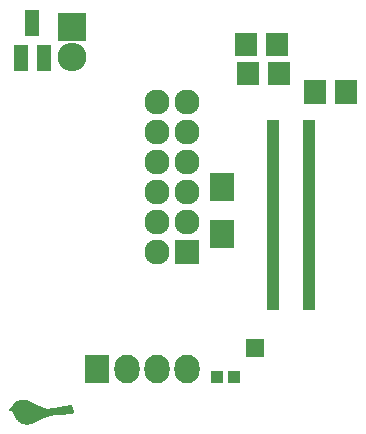
<source format=gts>
G04 #@! TF.FileFunction,Soldermask,Top*
%FSLAX46Y46*%
G04 Gerber Fmt 4.6, Leading zero omitted, Abs format (unit mm)*
G04 Created by KiCad (PCBNEW 4.0.1-stable) date Tuesday, January 12, 2016 'PMt' 12:54:15 PM*
%MOMM*%
G01*
G04 APERTURE LIST*
%ADD10C,0.100000*%
%ADD11C,0.010000*%
%ADD12R,0.600000X0.930000*%
%ADD13R,1.100000X0.600000*%
%ADD14R,1.901140X0.798780*%
%ADD15R,2.000000X2.400000*%
%ADD16R,1.000000X1.100000*%
%ADD17R,2.127200X2.432000*%
%ADD18O,2.127200X2.432000*%
%ADD19R,2.127200X2.127200*%
%ADD20O,2.127200X2.127200*%
%ADD21R,2.432000X2.432000*%
%ADD22O,2.432000X2.432000*%
%ADD23R,1.200100X2.200860*%
G04 APERTURE END LIST*
D10*
D11*
G36*
X136969564Y-123647271D02*
X136995508Y-123648488D01*
X137020124Y-123650595D01*
X137044568Y-123653681D01*
X137069999Y-123657837D01*
X137087168Y-123661069D01*
X137112517Y-123666313D01*
X137136699Y-123671924D01*
X137160431Y-123678132D01*
X137184429Y-123685164D01*
X137209412Y-123693250D01*
X137236095Y-123702618D01*
X137265196Y-123713498D01*
X137297433Y-123726118D01*
X137321820Y-123735936D01*
X137354200Y-123749238D01*
X137387073Y-123763047D01*
X137420715Y-123777494D01*
X137455404Y-123792708D01*
X137491417Y-123808820D01*
X137529031Y-123825959D01*
X137568524Y-123844255D01*
X137610172Y-123863839D01*
X137654253Y-123884840D01*
X137701044Y-123907389D01*
X137750822Y-123931615D01*
X137803864Y-123957648D01*
X137860448Y-123985619D01*
X137920850Y-124015657D01*
X137960459Y-124035436D01*
X138016490Y-124063404D01*
X138068559Y-124089279D01*
X138116988Y-124113209D01*
X138162102Y-124135343D01*
X138204224Y-124155830D01*
X138243679Y-124174819D01*
X138280790Y-124192457D01*
X138315881Y-124208895D01*
X138349276Y-124224280D01*
X138381299Y-124238762D01*
X138412273Y-124252489D01*
X138442524Y-124265610D01*
X138472374Y-124278274D01*
X138502148Y-124290629D01*
X138532169Y-124302825D01*
X138562761Y-124315009D01*
X138594249Y-124327331D01*
X138606029Y-124331892D01*
X138622479Y-124338261D01*
X138637757Y-124344205D01*
X138651184Y-124349460D01*
X138662085Y-124353759D01*
X138669780Y-124356837D01*
X138673479Y-124358374D01*
X138680453Y-124361501D01*
X138662374Y-124383146D01*
X138633873Y-124414827D01*
X138601092Y-124446893D01*
X138564528Y-124478967D01*
X138524680Y-124510672D01*
X138482044Y-124541630D01*
X138437117Y-124571464D01*
X138390398Y-124599796D01*
X138342384Y-124626249D01*
X138341143Y-124626898D01*
X138278462Y-124657677D01*
X138211875Y-124686709D01*
X138142059Y-124713797D01*
X138069691Y-124738741D01*
X137995448Y-124761345D01*
X137920008Y-124781410D01*
X137844046Y-124798739D01*
X137768242Y-124813134D01*
X137693271Y-124824396D01*
X137646876Y-124829783D01*
X137633122Y-124830864D01*
X137615842Y-124831713D01*
X137595936Y-124832329D01*
X137574304Y-124832713D01*
X137551847Y-124832865D01*
X137529465Y-124832784D01*
X137508058Y-124832470D01*
X137488527Y-124831924D01*
X137471772Y-124831145D01*
X137458693Y-124830133D01*
X137455771Y-124829803D01*
X137407644Y-124822101D01*
X137363278Y-124811442D01*
X137322693Y-124797833D01*
X137285913Y-124781281D01*
X137252956Y-124761793D01*
X137240357Y-124752808D01*
X137212485Y-124729111D01*
X137188707Y-124702997D01*
X137168783Y-124674136D01*
X137152472Y-124642199D01*
X137144275Y-124621296D01*
X137137956Y-124601987D01*
X137133438Y-124584431D01*
X137130478Y-124567095D01*
X137128830Y-124548448D01*
X137128252Y-124526961D01*
X137128248Y-124520593D01*
X137128385Y-124481576D01*
X137112590Y-124479957D01*
X137096795Y-124478339D01*
X137079736Y-124489946D01*
X137062676Y-124501553D01*
X137061971Y-124524534D01*
X137063042Y-124556744D01*
X137067967Y-124590431D01*
X137076445Y-124624588D01*
X137088179Y-124658208D01*
X137102870Y-124690285D01*
X137119657Y-124718962D01*
X137144193Y-124751774D01*
X137172306Y-124781339D01*
X137203984Y-124807649D01*
X137239212Y-124830697D01*
X137277975Y-124850476D01*
X137320260Y-124866978D01*
X137366051Y-124880197D01*
X137415335Y-124890126D01*
X137468098Y-124896756D01*
X137474165Y-124897288D01*
X137493351Y-124898440D01*
X137516266Y-124899063D01*
X137541833Y-124899181D01*
X137568974Y-124898821D01*
X137596613Y-124898010D01*
X137623672Y-124896773D01*
X137649074Y-124895135D01*
X137671742Y-124893124D01*
X137678696Y-124892353D01*
X137755758Y-124881672D01*
X137833900Y-124867752D01*
X137912359Y-124850807D01*
X137990372Y-124831049D01*
X138067179Y-124808691D01*
X138142018Y-124783945D01*
X138214126Y-124757024D01*
X138282742Y-124728141D01*
X138307519Y-124716800D01*
X138367409Y-124687174D01*
X138424890Y-124655605D01*
X138479644Y-124622323D01*
X138531355Y-124587560D01*
X138579708Y-124551548D01*
X138624385Y-124514519D01*
X138665071Y-124476703D01*
X138701449Y-124438332D01*
X138723167Y-124412539D01*
X138733329Y-124400158D01*
X138740981Y-124391607D01*
X138746308Y-124386697D01*
X138749493Y-124385240D01*
X138749730Y-124385285D01*
X138759725Y-124387780D01*
X138773746Y-124390610D01*
X138791003Y-124393661D01*
X138810705Y-124396818D01*
X138832062Y-124399969D01*
X138854283Y-124402997D01*
X138876576Y-124405789D01*
X138898152Y-124408231D01*
X138918220Y-124410208D01*
X138927762Y-124411012D01*
X138948511Y-124412203D01*
X138971492Y-124412670D01*
X138997009Y-124412395D01*
X139025366Y-124411358D01*
X139056869Y-124409543D01*
X139091823Y-124406929D01*
X139130531Y-124403500D01*
X139173300Y-124399236D01*
X139220433Y-124394119D01*
X139234981Y-124392471D01*
X139302135Y-124384370D01*
X139373732Y-124374916D01*
X139449583Y-124364144D01*
X139529497Y-124352088D01*
X139613283Y-124338784D01*
X139700750Y-124324265D01*
X139791708Y-124308566D01*
X139885966Y-124291722D01*
X139983333Y-124273769D01*
X140083619Y-124254740D01*
X140186632Y-124234670D01*
X140292183Y-124213594D01*
X140400080Y-124191547D01*
X140510133Y-124168564D01*
X140622152Y-124144679D01*
X140735945Y-124119926D01*
X140755352Y-124115657D01*
X140776975Y-124110927D01*
X140797593Y-124106482D01*
X140816624Y-124102445D01*
X140833484Y-124098935D01*
X140847589Y-124096074D01*
X140858356Y-124093982D01*
X140865202Y-124092780D01*
X140866629Y-124092585D01*
X140885403Y-124092642D01*
X140905267Y-124096479D01*
X140924974Y-124103639D01*
X140943279Y-124113666D01*
X140958935Y-124126103D01*
X140959424Y-124126581D01*
X140966801Y-124135057D01*
X140975869Y-124147486D01*
X140986370Y-124163394D01*
X140998044Y-124182306D01*
X141010631Y-124203748D01*
X141023871Y-124227247D01*
X141037504Y-124252328D01*
X141051272Y-124278518D01*
X141064913Y-124305341D01*
X141078169Y-124332324D01*
X141090780Y-124358993D01*
X141102485Y-124384874D01*
X141108472Y-124398666D01*
X141127315Y-124445939D01*
X141142317Y-124490460D01*
X141153473Y-124532204D01*
X141160779Y-124571151D01*
X141164234Y-124607277D01*
X141163833Y-124640560D01*
X141159574Y-124670977D01*
X141151922Y-124697272D01*
X141145352Y-124711166D01*
X141136051Y-124726192D01*
X141125218Y-124740659D01*
X141114050Y-124752874D01*
X141109947Y-124756590D01*
X141099394Y-124764757D01*
X141087999Y-124771968D01*
X141075387Y-124778298D01*
X141061185Y-124783822D01*
X141045021Y-124788616D01*
X141026521Y-124792756D01*
X141005313Y-124796316D01*
X140981022Y-124799373D01*
X140953277Y-124802002D01*
X140921703Y-124804278D01*
X140885928Y-124806277D01*
X140858162Y-124807554D01*
X140844605Y-124808088D01*
X140826894Y-124808715D01*
X140805714Y-124809415D01*
X140781747Y-124810168D01*
X140755677Y-124810951D01*
X140728188Y-124811745D01*
X140699962Y-124812528D01*
X140671684Y-124813281D01*
X140657381Y-124813648D01*
X140584719Y-124815565D01*
X140516484Y-124817528D01*
X140452266Y-124819558D01*
X140391652Y-124821674D01*
X140334233Y-124823897D01*
X140279597Y-124826247D01*
X140227333Y-124828745D01*
X140177031Y-124831410D01*
X140128279Y-124834262D01*
X140080667Y-124837322D01*
X140033783Y-124840611D01*
X139987217Y-124844147D01*
X139940557Y-124847952D01*
X139915943Y-124850059D01*
X139811434Y-124859875D01*
X139710971Y-124870858D01*
X139613873Y-124883149D01*
X139519460Y-124896888D01*
X139427053Y-124912215D01*
X139335972Y-124929270D01*
X139245536Y-124948195D01*
X139155066Y-124969128D01*
X139063882Y-124992210D01*
X138971303Y-125017582D01*
X138876651Y-125045384D01*
X138779245Y-125075757D01*
X138705210Y-125099897D01*
X138666363Y-125112856D01*
X138630412Y-125125038D01*
X138596965Y-125136626D01*
X138565630Y-125147802D01*
X138536014Y-125158748D01*
X138507726Y-125169647D01*
X138480374Y-125180682D01*
X138453565Y-125192035D01*
X138426908Y-125203888D01*
X138400011Y-125216425D01*
X138372481Y-125229827D01*
X138343927Y-125244277D01*
X138313956Y-125259959D01*
X138282176Y-125277053D01*
X138248196Y-125295743D01*
X138211624Y-125316212D01*
X138172066Y-125338641D01*
X138129132Y-125363213D01*
X138084724Y-125388788D01*
X138050306Y-125408624D01*
X138019607Y-125426252D01*
X137992175Y-125441919D01*
X137967562Y-125455873D01*
X137945318Y-125468363D01*
X137924993Y-125479636D01*
X137906136Y-125489941D01*
X137888299Y-125499525D01*
X137871031Y-125508636D01*
X137853882Y-125517523D01*
X137836404Y-125526433D01*
X137821048Y-125534162D01*
X137776259Y-125556051D01*
X137734576Y-125575225D01*
X137695282Y-125591930D01*
X137657658Y-125606415D01*
X137620986Y-125618927D01*
X137584550Y-125629716D01*
X137547629Y-125639028D01*
X137509508Y-125647111D01*
X137476955Y-125652979D01*
X137436308Y-125659412D01*
X137398878Y-125664468D01*
X137363278Y-125668258D01*
X137328120Y-125670896D01*
X137292020Y-125672492D01*
X137253589Y-125673158D01*
X137227171Y-125673149D01*
X137208939Y-125673012D01*
X137191766Y-125672835D01*
X137176402Y-125672630D01*
X137163598Y-125672407D01*
X137154102Y-125672178D01*
X137148667Y-125671955D01*
X137148552Y-125671947D01*
X137086121Y-125665765D01*
X137024537Y-125656409D01*
X136964390Y-125644029D01*
X136906264Y-125628776D01*
X136850747Y-125610800D01*
X136798426Y-125590253D01*
X136758886Y-125571875D01*
X136700028Y-125539716D01*
X136642684Y-125503002D01*
X136586906Y-125461788D01*
X136532747Y-125416130D01*
X136480259Y-125366086D01*
X136429494Y-125311710D01*
X136380504Y-125253060D01*
X136333342Y-125190192D01*
X136288060Y-125123161D01*
X136244710Y-125052024D01*
X136203344Y-124976837D01*
X136200377Y-124971140D01*
X136175001Y-124919703D01*
X136151334Y-124866393D01*
X136129132Y-124810569D01*
X136108147Y-124751594D01*
X136088134Y-124688827D01*
X136076818Y-124650234D01*
X136071630Y-124632002D01*
X135903124Y-124564030D01*
X135876054Y-124553076D01*
X135850329Y-124542600D01*
X135826297Y-124532746D01*
X135804304Y-124523662D01*
X135784699Y-124515491D01*
X135767827Y-124508380D01*
X135754038Y-124502474D01*
X135743676Y-124497918D01*
X135737091Y-124494859D01*
X135734628Y-124493441D01*
X135734619Y-124493409D01*
X135736385Y-124491437D01*
X135741507Y-124486490D01*
X135749724Y-124478808D01*
X135760775Y-124468629D01*
X135774396Y-124456189D01*
X135790327Y-124441728D01*
X135808305Y-124425482D01*
X135828069Y-124407690D01*
X135849357Y-124388590D01*
X135871906Y-124368419D01*
X135889438Y-124352777D01*
X136044257Y-124214794D01*
X136054116Y-124187558D01*
X136073546Y-124139507D01*
X136096344Y-124093631D01*
X136122790Y-124049513D01*
X136153162Y-124006736D01*
X136187739Y-123964883D01*
X136226801Y-123923536D01*
X136238039Y-123912515D01*
X136284198Y-123871250D01*
X136333975Y-123833069D01*
X136387189Y-123798064D01*
X136443659Y-123766324D01*
X136503203Y-123737941D01*
X136565639Y-123713004D01*
X136630785Y-123691605D01*
X136698460Y-123673835D01*
X136730057Y-123666972D01*
X136760501Y-123661050D01*
X136787739Y-123656407D01*
X136813186Y-123652888D01*
X136838256Y-123650335D01*
X136864364Y-123648592D01*
X136892925Y-123647501D01*
X136909067Y-123647143D01*
X136941136Y-123646853D01*
X136969564Y-123647271D01*
X136969564Y-123647271D01*
G37*
X136969564Y-123647271D02*
X136995508Y-123648488D01*
X137020124Y-123650595D01*
X137044568Y-123653681D01*
X137069999Y-123657837D01*
X137087168Y-123661069D01*
X137112517Y-123666313D01*
X137136699Y-123671924D01*
X137160431Y-123678132D01*
X137184429Y-123685164D01*
X137209412Y-123693250D01*
X137236095Y-123702618D01*
X137265196Y-123713498D01*
X137297433Y-123726118D01*
X137321820Y-123735936D01*
X137354200Y-123749238D01*
X137387073Y-123763047D01*
X137420715Y-123777494D01*
X137455404Y-123792708D01*
X137491417Y-123808820D01*
X137529031Y-123825959D01*
X137568524Y-123844255D01*
X137610172Y-123863839D01*
X137654253Y-123884840D01*
X137701044Y-123907389D01*
X137750822Y-123931615D01*
X137803864Y-123957648D01*
X137860448Y-123985619D01*
X137920850Y-124015657D01*
X137960459Y-124035436D01*
X138016490Y-124063404D01*
X138068559Y-124089279D01*
X138116988Y-124113209D01*
X138162102Y-124135343D01*
X138204224Y-124155830D01*
X138243679Y-124174819D01*
X138280790Y-124192457D01*
X138315881Y-124208895D01*
X138349276Y-124224280D01*
X138381299Y-124238762D01*
X138412273Y-124252489D01*
X138442524Y-124265610D01*
X138472374Y-124278274D01*
X138502148Y-124290629D01*
X138532169Y-124302825D01*
X138562761Y-124315009D01*
X138594249Y-124327331D01*
X138606029Y-124331892D01*
X138622479Y-124338261D01*
X138637757Y-124344205D01*
X138651184Y-124349460D01*
X138662085Y-124353759D01*
X138669780Y-124356837D01*
X138673479Y-124358374D01*
X138680453Y-124361501D01*
X138662374Y-124383146D01*
X138633873Y-124414827D01*
X138601092Y-124446893D01*
X138564528Y-124478967D01*
X138524680Y-124510672D01*
X138482044Y-124541630D01*
X138437117Y-124571464D01*
X138390398Y-124599796D01*
X138342384Y-124626249D01*
X138341143Y-124626898D01*
X138278462Y-124657677D01*
X138211875Y-124686709D01*
X138142059Y-124713797D01*
X138069691Y-124738741D01*
X137995448Y-124761345D01*
X137920008Y-124781410D01*
X137844046Y-124798739D01*
X137768242Y-124813134D01*
X137693271Y-124824396D01*
X137646876Y-124829783D01*
X137633122Y-124830864D01*
X137615842Y-124831713D01*
X137595936Y-124832329D01*
X137574304Y-124832713D01*
X137551847Y-124832865D01*
X137529465Y-124832784D01*
X137508058Y-124832470D01*
X137488527Y-124831924D01*
X137471772Y-124831145D01*
X137458693Y-124830133D01*
X137455771Y-124829803D01*
X137407644Y-124822101D01*
X137363278Y-124811442D01*
X137322693Y-124797833D01*
X137285913Y-124781281D01*
X137252956Y-124761793D01*
X137240357Y-124752808D01*
X137212485Y-124729111D01*
X137188707Y-124702997D01*
X137168783Y-124674136D01*
X137152472Y-124642199D01*
X137144275Y-124621296D01*
X137137956Y-124601987D01*
X137133438Y-124584431D01*
X137130478Y-124567095D01*
X137128830Y-124548448D01*
X137128252Y-124526961D01*
X137128248Y-124520593D01*
X137128385Y-124481576D01*
X137112590Y-124479957D01*
X137096795Y-124478339D01*
X137079736Y-124489946D01*
X137062676Y-124501553D01*
X137061971Y-124524534D01*
X137063042Y-124556744D01*
X137067967Y-124590431D01*
X137076445Y-124624588D01*
X137088179Y-124658208D01*
X137102870Y-124690285D01*
X137119657Y-124718962D01*
X137144193Y-124751774D01*
X137172306Y-124781339D01*
X137203984Y-124807649D01*
X137239212Y-124830697D01*
X137277975Y-124850476D01*
X137320260Y-124866978D01*
X137366051Y-124880197D01*
X137415335Y-124890126D01*
X137468098Y-124896756D01*
X137474165Y-124897288D01*
X137493351Y-124898440D01*
X137516266Y-124899063D01*
X137541833Y-124899181D01*
X137568974Y-124898821D01*
X137596613Y-124898010D01*
X137623672Y-124896773D01*
X137649074Y-124895135D01*
X137671742Y-124893124D01*
X137678696Y-124892353D01*
X137755758Y-124881672D01*
X137833900Y-124867752D01*
X137912359Y-124850807D01*
X137990372Y-124831049D01*
X138067179Y-124808691D01*
X138142018Y-124783945D01*
X138214126Y-124757024D01*
X138282742Y-124728141D01*
X138307519Y-124716800D01*
X138367409Y-124687174D01*
X138424890Y-124655605D01*
X138479644Y-124622323D01*
X138531355Y-124587560D01*
X138579708Y-124551548D01*
X138624385Y-124514519D01*
X138665071Y-124476703D01*
X138701449Y-124438332D01*
X138723167Y-124412539D01*
X138733329Y-124400158D01*
X138740981Y-124391607D01*
X138746308Y-124386697D01*
X138749493Y-124385240D01*
X138749730Y-124385285D01*
X138759725Y-124387780D01*
X138773746Y-124390610D01*
X138791003Y-124393661D01*
X138810705Y-124396818D01*
X138832062Y-124399969D01*
X138854283Y-124402997D01*
X138876576Y-124405789D01*
X138898152Y-124408231D01*
X138918220Y-124410208D01*
X138927762Y-124411012D01*
X138948511Y-124412203D01*
X138971492Y-124412670D01*
X138997009Y-124412395D01*
X139025366Y-124411358D01*
X139056869Y-124409543D01*
X139091823Y-124406929D01*
X139130531Y-124403500D01*
X139173300Y-124399236D01*
X139220433Y-124394119D01*
X139234981Y-124392471D01*
X139302135Y-124384370D01*
X139373732Y-124374916D01*
X139449583Y-124364144D01*
X139529497Y-124352088D01*
X139613283Y-124338784D01*
X139700750Y-124324265D01*
X139791708Y-124308566D01*
X139885966Y-124291722D01*
X139983333Y-124273769D01*
X140083619Y-124254740D01*
X140186632Y-124234670D01*
X140292183Y-124213594D01*
X140400080Y-124191547D01*
X140510133Y-124168564D01*
X140622152Y-124144679D01*
X140735945Y-124119926D01*
X140755352Y-124115657D01*
X140776975Y-124110927D01*
X140797593Y-124106482D01*
X140816624Y-124102445D01*
X140833484Y-124098935D01*
X140847589Y-124096074D01*
X140858356Y-124093982D01*
X140865202Y-124092780D01*
X140866629Y-124092585D01*
X140885403Y-124092642D01*
X140905267Y-124096479D01*
X140924974Y-124103639D01*
X140943279Y-124113666D01*
X140958935Y-124126103D01*
X140959424Y-124126581D01*
X140966801Y-124135057D01*
X140975869Y-124147486D01*
X140986370Y-124163394D01*
X140998044Y-124182306D01*
X141010631Y-124203748D01*
X141023871Y-124227247D01*
X141037504Y-124252328D01*
X141051272Y-124278518D01*
X141064913Y-124305341D01*
X141078169Y-124332324D01*
X141090780Y-124358993D01*
X141102485Y-124384874D01*
X141108472Y-124398666D01*
X141127315Y-124445939D01*
X141142317Y-124490460D01*
X141153473Y-124532204D01*
X141160779Y-124571151D01*
X141164234Y-124607277D01*
X141163833Y-124640560D01*
X141159574Y-124670977D01*
X141151922Y-124697272D01*
X141145352Y-124711166D01*
X141136051Y-124726192D01*
X141125218Y-124740659D01*
X141114050Y-124752874D01*
X141109947Y-124756590D01*
X141099394Y-124764757D01*
X141087999Y-124771968D01*
X141075387Y-124778298D01*
X141061185Y-124783822D01*
X141045021Y-124788616D01*
X141026521Y-124792756D01*
X141005313Y-124796316D01*
X140981022Y-124799373D01*
X140953277Y-124802002D01*
X140921703Y-124804278D01*
X140885928Y-124806277D01*
X140858162Y-124807554D01*
X140844605Y-124808088D01*
X140826894Y-124808715D01*
X140805714Y-124809415D01*
X140781747Y-124810168D01*
X140755677Y-124810951D01*
X140728188Y-124811745D01*
X140699962Y-124812528D01*
X140671684Y-124813281D01*
X140657381Y-124813648D01*
X140584719Y-124815565D01*
X140516484Y-124817528D01*
X140452266Y-124819558D01*
X140391652Y-124821674D01*
X140334233Y-124823897D01*
X140279597Y-124826247D01*
X140227333Y-124828745D01*
X140177031Y-124831410D01*
X140128279Y-124834262D01*
X140080667Y-124837322D01*
X140033783Y-124840611D01*
X139987217Y-124844147D01*
X139940557Y-124847952D01*
X139915943Y-124850059D01*
X139811434Y-124859875D01*
X139710971Y-124870858D01*
X139613873Y-124883149D01*
X139519460Y-124896888D01*
X139427053Y-124912215D01*
X139335972Y-124929270D01*
X139245536Y-124948195D01*
X139155066Y-124969128D01*
X139063882Y-124992210D01*
X138971303Y-125017582D01*
X138876651Y-125045384D01*
X138779245Y-125075757D01*
X138705210Y-125099897D01*
X138666363Y-125112856D01*
X138630412Y-125125038D01*
X138596965Y-125136626D01*
X138565630Y-125147802D01*
X138536014Y-125158748D01*
X138507726Y-125169647D01*
X138480374Y-125180682D01*
X138453565Y-125192035D01*
X138426908Y-125203888D01*
X138400011Y-125216425D01*
X138372481Y-125229827D01*
X138343927Y-125244277D01*
X138313956Y-125259959D01*
X138282176Y-125277053D01*
X138248196Y-125295743D01*
X138211624Y-125316212D01*
X138172066Y-125338641D01*
X138129132Y-125363213D01*
X138084724Y-125388788D01*
X138050306Y-125408624D01*
X138019607Y-125426252D01*
X137992175Y-125441919D01*
X137967562Y-125455873D01*
X137945318Y-125468363D01*
X137924993Y-125479636D01*
X137906136Y-125489941D01*
X137888299Y-125499525D01*
X137871031Y-125508636D01*
X137853882Y-125517523D01*
X137836404Y-125526433D01*
X137821048Y-125534162D01*
X137776259Y-125556051D01*
X137734576Y-125575225D01*
X137695282Y-125591930D01*
X137657658Y-125606415D01*
X137620986Y-125618927D01*
X137584550Y-125629716D01*
X137547629Y-125639028D01*
X137509508Y-125647111D01*
X137476955Y-125652979D01*
X137436308Y-125659412D01*
X137398878Y-125664468D01*
X137363278Y-125668258D01*
X137328120Y-125670896D01*
X137292020Y-125672492D01*
X137253589Y-125673158D01*
X137227171Y-125673149D01*
X137208939Y-125673012D01*
X137191766Y-125672835D01*
X137176402Y-125672630D01*
X137163598Y-125672407D01*
X137154102Y-125672178D01*
X137148667Y-125671955D01*
X137148552Y-125671947D01*
X137086121Y-125665765D01*
X137024537Y-125656409D01*
X136964390Y-125644029D01*
X136906264Y-125628776D01*
X136850747Y-125610800D01*
X136798426Y-125590253D01*
X136758886Y-125571875D01*
X136700028Y-125539716D01*
X136642684Y-125503002D01*
X136586906Y-125461788D01*
X136532747Y-125416130D01*
X136480259Y-125366086D01*
X136429494Y-125311710D01*
X136380504Y-125253060D01*
X136333342Y-125190192D01*
X136288060Y-125123161D01*
X136244710Y-125052024D01*
X136203344Y-124976837D01*
X136200377Y-124971140D01*
X136175001Y-124919703D01*
X136151334Y-124866393D01*
X136129132Y-124810569D01*
X136108147Y-124751594D01*
X136088134Y-124688827D01*
X136076818Y-124650234D01*
X136071630Y-124632002D01*
X135903124Y-124564030D01*
X135876054Y-124553076D01*
X135850329Y-124542600D01*
X135826297Y-124532746D01*
X135804304Y-124523662D01*
X135784699Y-124515491D01*
X135767827Y-124508380D01*
X135754038Y-124502474D01*
X135743676Y-124497918D01*
X135737091Y-124494859D01*
X135734628Y-124493441D01*
X135734619Y-124493409D01*
X135736385Y-124491437D01*
X135741507Y-124486490D01*
X135749724Y-124478808D01*
X135760775Y-124468629D01*
X135774396Y-124456189D01*
X135790327Y-124441728D01*
X135808305Y-124425482D01*
X135828069Y-124407690D01*
X135849357Y-124388590D01*
X135871906Y-124368419D01*
X135889438Y-124352777D01*
X136044257Y-124214794D01*
X136054116Y-124187558D01*
X136073546Y-124139507D01*
X136096344Y-124093631D01*
X136122790Y-124049513D01*
X136153162Y-124006736D01*
X136187739Y-123964883D01*
X136226801Y-123923536D01*
X136238039Y-123912515D01*
X136284198Y-123871250D01*
X136333975Y-123833069D01*
X136387189Y-123798064D01*
X136443659Y-123766324D01*
X136503203Y-123737941D01*
X136565639Y-123713004D01*
X136630785Y-123691605D01*
X136698460Y-123673835D01*
X136730057Y-123666972D01*
X136760501Y-123661050D01*
X136787739Y-123656407D01*
X136813186Y-123652888D01*
X136838256Y-123650335D01*
X136864364Y-123648592D01*
X136892925Y-123647501D01*
X136909067Y-123647143D01*
X136941136Y-123646853D01*
X136969564Y-123647271D01*
D12*
X156045000Y-119625000D03*
X156395000Y-119625000D03*
X156745000Y-119625000D03*
X157095000Y-119625000D03*
X157095000Y-118955000D03*
X156745000Y-118955000D03*
X156395000Y-118955000D03*
X156045000Y-118955000D03*
D13*
X161190000Y-100200000D03*
X161190000Y-100600000D03*
X161190000Y-101000000D03*
X161190000Y-101400000D03*
X161190000Y-101800000D03*
X161190000Y-102200000D03*
X161190000Y-102600000D03*
X161190000Y-103000000D03*
X161190000Y-103400000D03*
X161190000Y-103800000D03*
X161190000Y-107800000D03*
X161190000Y-107400000D03*
X161190000Y-107000000D03*
X161190000Y-106600000D03*
X161190000Y-106200000D03*
X161190000Y-105800000D03*
X161190000Y-105400000D03*
X161190000Y-105000000D03*
X161190000Y-104600000D03*
X161190000Y-104200000D03*
X161190000Y-108200000D03*
X161190000Y-108600000D03*
X161190000Y-109000000D03*
X161190000Y-109400000D03*
X161190000Y-109800000D03*
X161190000Y-110200000D03*
X161190000Y-110600000D03*
X161190000Y-111000000D03*
X161190000Y-111400000D03*
X161190000Y-111800000D03*
X161190000Y-115800000D03*
X161190000Y-115400000D03*
X161190000Y-115000000D03*
X161190000Y-114600000D03*
X161190000Y-114200000D03*
X161190000Y-113800000D03*
X161190000Y-113400000D03*
X161190000Y-113000000D03*
X161190000Y-112600000D03*
X161190000Y-112200000D03*
X158110000Y-112200000D03*
X158110000Y-112600000D03*
X158110000Y-113000000D03*
X158110000Y-113400000D03*
X158110000Y-113800000D03*
X158110000Y-114200000D03*
X158110000Y-114600000D03*
X158110000Y-115000000D03*
X158110000Y-115400000D03*
X158110000Y-115800000D03*
X158110000Y-111800000D03*
X158110000Y-111400000D03*
X158110000Y-111000000D03*
X158110000Y-110600000D03*
X158110000Y-110200000D03*
X158110000Y-109800000D03*
X158110000Y-109400000D03*
X158110000Y-109000000D03*
X158110000Y-108600000D03*
X158110000Y-108200000D03*
X158110000Y-104200000D03*
X158110000Y-104600000D03*
X158110000Y-105000000D03*
X158110000Y-105400000D03*
X158110000Y-105800000D03*
X158110000Y-106200000D03*
X158110000Y-106600000D03*
X158110000Y-107000000D03*
X158110000Y-107400000D03*
X158110000Y-107800000D03*
X158110000Y-103800000D03*
X158110000Y-103400000D03*
X158110000Y-103000000D03*
X158110000Y-102600000D03*
X158110000Y-102200000D03*
X158110000Y-101800000D03*
X158110000Y-101400000D03*
X158110000Y-101000000D03*
X158110000Y-100600000D03*
X158110000Y-100200000D03*
D14*
X158461920Y-94250000D03*
X158461920Y-93599760D03*
X158461920Y-92949520D03*
X155800000Y-92949520D03*
X155800000Y-93599760D03*
X155800000Y-94250000D03*
X164300000Y-98250000D03*
X164300000Y-97599760D03*
X164300000Y-96949520D03*
X161638080Y-96949520D03*
X161638080Y-97599760D03*
X161638080Y-98250000D03*
X158611920Y-96700000D03*
X158611920Y-96049760D03*
X158611920Y-95399520D03*
X155950000Y-95399520D03*
X155950000Y-96049760D03*
X155950000Y-96700000D03*
D15*
X153810000Y-109650000D03*
X153810000Y-105650000D03*
D16*
X154800000Y-121760000D03*
X153400000Y-121760000D03*
D17*
X143180000Y-121090000D03*
D18*
X145720000Y-121090000D03*
X148260000Y-121090000D03*
X150800000Y-121090000D03*
D19*
X150850000Y-111180000D03*
D20*
X148310000Y-111180000D03*
X150850000Y-108640000D03*
X148310000Y-108640000D03*
X150850000Y-106100000D03*
X148310000Y-106100000D03*
X150850000Y-103560000D03*
X148310000Y-103560000D03*
X150850000Y-101020000D03*
X148310000Y-101020000D03*
X150850000Y-98480000D03*
X148310000Y-98480000D03*
D21*
X141070000Y-92060000D03*
D22*
X141070000Y-94600000D03*
D23*
X136780000Y-94751140D03*
X138680000Y-94751140D03*
X137730000Y-91748860D03*
M02*

</source>
